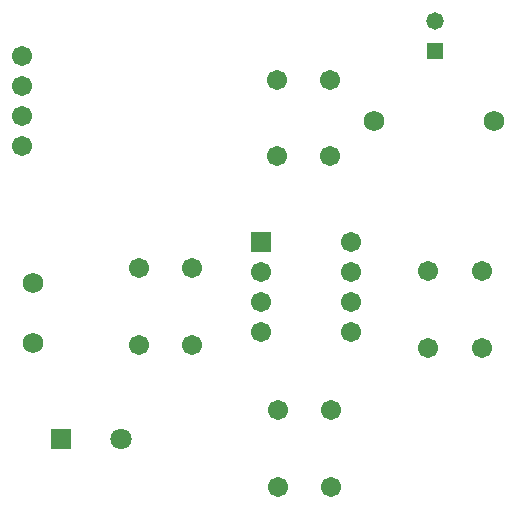
<source format=gbr>
G04 DipTrace 2.4.0.2*
%INBottomMask.gbr*%
%MOIN*%
%ADD28R,0.058X0.058*%
%ADD30C,0.058*%
%ADD32C,0.068*%
%ADD34C,0.068*%
%ADD36R,0.071X0.071*%
%ADD38C,0.071*%
%ADD40C,0.0671*%
%ADD42C,0.0671*%
%ADD44R,0.0671X0.0671*%
%FSLAX44Y44*%
G04*
G70*
G90*
G75*
G01*
%LNBotMask*%
%LPD*%
D44*
X14591Y13899D3*
D40*
Y12899D3*
Y11899D3*
Y10899D3*
X17591D3*
Y11899D3*
Y12899D3*
Y13899D3*
D38*
X9906Y7341D3*
D36*
X7906D3*
D42*
X15110Y19310D3*
X16880D3*
X15110Y16750D3*
X16880D3*
X20172Y12920D3*
X21942D3*
X20172Y10360D3*
X21942D3*
X10516Y13028D3*
X12286D3*
X10516Y10468D3*
X12286D3*
X15163Y8299D3*
X16933D3*
X15163Y5739D3*
X16933D3*
D34*
X6991Y12538D3*
Y10538D3*
D42*
X6635Y19100D3*
Y18100D3*
Y17100D3*
Y20100D3*
D34*
X22366Y17919D3*
D32*
X18366D3*
D30*
X20386Y21279D3*
D28*
Y20279D3*
M02*

</source>
